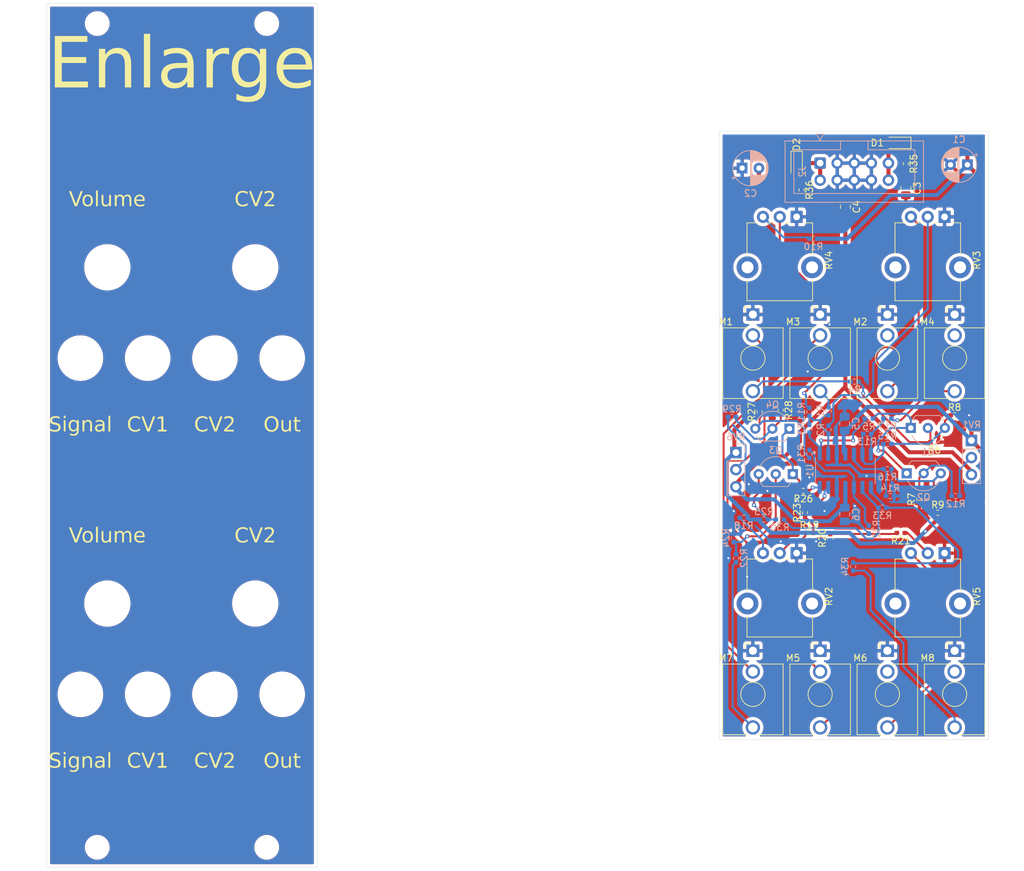
<source format=kicad_pcb>
(kicad_pcb
	(version 20241229)
	(generator "pcbnew")
	(generator_version "9.0")
	(general
		(thickness 1.6)
		(legacy_teardrops no)
	)
	(paper "A4")
	(layers
		(0 "F.Cu" signal)
		(2 "B.Cu" signal)
		(9 "F.Adhes" user "F.Adhesive")
		(11 "B.Adhes" user "B.Adhesive")
		(13 "F.Paste" user)
		(15 "B.Paste" user)
		(5 "F.SilkS" user "F.Silkscreen")
		(7 "B.SilkS" user "B.Silkscreen")
		(1 "F.Mask" user)
		(3 "B.Mask" user)
		(17 "Dwgs.User" user "User.Drawings")
		(19 "Cmts.User" user "User.Comments")
		(21 "Eco1.User" user "User.Eco1")
		(23 "Eco2.User" user "User.Eco2")
		(25 "Edge.Cuts" user)
		(27 "Margin" user)
		(31 "F.CrtYd" user "F.Courtyard")
		(29 "B.CrtYd" user "B.Courtyard")
		(35 "F.Fab" user)
		(33 "B.Fab" user)
		(39 "User.1" user)
		(41 "User.2" user)
		(43 "User.3" user)
		(45 "User.4" user)
		(47 "User.5" user)
		(49 "User.6" user)
		(51 "User.7" user)
		(53 "User.8" user)
		(55 "User.9" user)
	)
	(setup
		(pad_to_mask_clearance 0)
		(allow_soldermask_bridges_in_footprints no)
		(tenting front back)
		(pcbplotparams
			(layerselection 0x00000000_00000000_55555555_5755f5ff)
			(plot_on_all_layers_selection 0x00000000_00000000_00000000_00000000)
			(disableapertmacros no)
			(usegerberextensions no)
			(usegerberattributes yes)
			(usegerberadvancedattributes yes)
			(creategerberjobfile yes)
			(dashed_line_dash_ratio 12.000000)
			(dashed_line_gap_ratio 3.000000)
			(svgprecision 4)
			(plotframeref no)
			(mode 1)
			(useauxorigin no)
			(hpglpennumber 1)
			(hpglpenspeed 20)
			(hpglpendiameter 15.000000)
			(pdf_front_fp_property_popups yes)
			(pdf_back_fp_property_popups yes)
			(pdf_metadata yes)
			(pdf_single_document no)
			(dxfpolygonmode yes)
			(dxfimperialunits yes)
			(dxfusepcbnewfont yes)
			(psnegative no)
			(psa4output no)
			(plot_black_and_white yes)
			(sketchpadsonfab no)
			(plotpadnumbers no)
			(hidednponfab no)
			(sketchdnponfab yes)
			(crossoutdnponfab yes)
			(subtractmaskfromsilk no)
			(outputformat 1)
			(mirror no)
			(drillshape 1)
			(scaleselection 1)
			(outputdirectory "")
		)
	)
	(net 0 "")
	(net 1 "GND")
	(net 2 "Net-(M1-PadT)")
	(net 3 "Net-(M2-PadT)")
	(net 4 "unconnected-(M2-PadTN)")
	(net 5 "Net-(M3-PadT)")
	(net 6 "Net-(Q1-E)")
	(net 7 "Net-(Q1-B)")
	(net 8 "Net-(Q1-C)")
	(net 9 "Net-(Q2-B)")
	(net 10 "Net-(Q2-C)")
	(net 11 "Net-(U1A--)")
	(net 12 "Net-(R2-Pad1)")
	(net 13 "Net-(R3-Pad2)")
	(net 14 "+12V")
	(net 15 "Net-(R10-Pad1)")
	(net 16 "Net-(M4-PadT)")
	(net 17 "unconnected-(M4-PadTN)")
	(net 18 "Net-(M5-PadT)")
	(net 19 "Net-(M6-PadT)")
	(net 20 "unconnected-(M6-PadTN)")
	(net 21 "Net-(M7-PadT)")
	(net 22 "Net-(M8-PadT)")
	(net 23 "unconnected-(M8-PadTN)")
	(net 24 "Net-(Q3-E)")
	(net 25 "Net-(Q3-B)")
	(net 26 "Net-(Q3-C)")
	(net 27 "Net-(Q4-B)")
	(net 28 "Net-(Q4-C)")
	(net 29 "Net-(R11-Pad1)")
	(net 30 "Net-(R12-Pad2)")
	(net 31 "Net-(U1B--)")
	(net 32 "Net-(R13-Pad2)")
	(net 33 "Net-(U1B-+)")
	(net 34 "Net-(R18-Pad1)")
	(net 35 "Net-(R19-Pad1)")
	(net 36 "Net-(U1C--)")
	(net 37 "Net-(R21-Pad1)")
	(net 38 "Net-(R23-Pad2)")
	(net 39 "Net-(R29-Pad2)")
	(net 40 "Net-(U1D--)")
	(net 41 "Net-(R33-Pad2)")
	(net 42 "Net-(D1-K)")
	(net 43 "Net-(D1-A)")
	(net 44 "Net-(D2-K)")
	(net 45 "Net-(D2-A)")
	(net 46 "Net-(M1-PadTN)")
	(net 47 "Net-(M3-PadTN)")
	(net 48 "-12V")
	(net 49 "Net-(U1C-+)")
	(footprint "SynthMages:Jack_3.5mm_QingPu_WQP-PJ398SM_Vertical_CircularHoles_Socket_Centered" (layer "F.Cu") (at 175 143.75))
	(footprint "Diode_SMD:D_SOD-323_HandSoldering" (layer "F.Cu") (at 176.5 61.75 180))
	(footprint (layer "F.Cu") (at 57.5 44))
	(footprint "SynthMages:eurorack_rail_hole" (layer "F.Cu") (at 57.5 166.5))
	(footprint "Diode_SMD:D_SOD-323_HandSoldering" (layer "F.Cu") (at 161.5 65 -90))
	(footprint "Resistor_SMD:R_0402_1005Metric_Pad0.72x0.64mm_HandSolder" (layer "F.Cu") (at 156 101.75 90))
	(footprint "SynthMages:Potentiometer_Alpha_RD901F-40-00D_Single_Vertical_CircularHoles_Shaft_Centered" (layer "F.Cu") (at 181 130.25 -90))
	(footprint "Resistor_SMD:R_0402_1005Metric_Pad0.72x0.64mm_HandSolder" (layer "F.Cu") (at 179.75 114.75 90))
	(footprint "SynthMages:6.3mm_NPTH_MAXJLC_MIN_RING" (layer "F.Cu") (at 85 93.75))
	(footprint "SynthMages:Jack_3.5mm_QingPu_WQP-PJ398SM_Vertical_CircularHoles_Socket_Centered" (layer "F.Cu") (at 165 93.75))
	(footprint "SynthMages:6.3mm_NPTH_MAXJLC_MIN_RING" (layer "F.Cu") (at 65 93.75))
	(footprint "SynthMages:eurorack_rail_hole" (layer "F.Cu") (at 82.7 44))
	(footprint "SynthMages:6.3mm_NPTH_MAXJLC_MIN_RING" (layer "F.Cu") (at 85 143.75))
	(footprint "SynthMages:Jack_3.5mm_QingPu_WQP-PJ398SM_Vertical_CircularHoles_Socket_Centered" (layer "F.Cu") (at 185 93.75))
	(footprint "Resistor_SMD:R_0402_1005Metric_Pad0.72x0.64mm_HandSolder" (layer "F.Cu") (at 159.15 101.5 -90))
	(footprint "Resistor_SMD:R_0402_1005Metric_Pad0.72x0.64mm_HandSolder" (layer "F.Cu") (at 185 102.25))
	(footprint "Resistor_SMD:R_0402_1005Metric_Pad0.72x0.64mm_HandSolder" (layer "F.Cu") (at 166.5 120.5 90))
	(footprint "SynthMages:6.3mm_NPTH_MAXJLC_MIN_RING" (layer "F.Cu") (at 75 93.75))
	(footprint "Resistor_SMD:R_0402_1005Metric_Pad0.72x0.64mm_HandSolder" (layer "F.Cu") (at 162.75 116.75 90))
	(footprint "Resistor_SMD:R_0402_1005Metric_Pad0.72x0.64mm_HandSolder" (layer "F.Cu") (at 177.75 64.8475 -90))
	(footprint "SynthMages:6.3mm_NPTH_MAXJLC_MIN_RING" (layer "F.Cu") (at 75 143.75))
	(footprint "Resistor_SMD:R_0402_1005Metric_Pad0.72x0.64mm_HandSolder" (layer "F.Cu") (at 162.25 68.75 -90))
	(footprint "SynthMages:Potentiometer_Alpha_RD901F-40-00D_Single_Vertical_CircularHoles_Shaft_Centered" (layer "F.Cu") (at 181 80.25 -90))
	(footprint "SynthMages:Jack_3.5mm_QingPu_WQP-PJ398SM_Vertical_CircularHoles_Socket_Centered" (layer "F.Cu") (at 185 143.75))
	(footprint "MountingHole:MountingHole_6.4mm_M6" (layer "F.Cu") (at 59 80.25))
	(footprint "Resistor_SMD:R_0402_1005Metric_Pad0.72x0.64mm_HandSolder" (layer "F.Cu") (at 182.5 116.75))
	(footprint "SynthMages:6.3mm_NPTH_MAXJLC_MIN_RING" (layer "F.Cu") (at 55 93.75))
	(footprint "Resistor_SMD:R_0402_1005Metric_Pad0.72x0.64mm_HandSolder" (layer "F.Cu") (at 177 119.75 180))
	(footprint "Capacitor_SMD:C_0805_2012Metric_Pad1.18x1.45mm_HandSolder" (layer "F.Cu") (at 177.75 68.5 -90))
	(footprint "SynthMages:eurorack_rail_hole" (layer "F.Cu") (at 82.7 166.5))
	(footprint "Resistor_SMD:R_0402_1005Metric_Pad0.72x0.64mm_HandSolder" (layer "F.Cu") (at 182 106.25 180))
	(footprint "Resistor_SMD:R_0402_1005Metric_Pad0.72x0.64mm_HandSolder" (layer "F.Cu") (at 163.4 119.75))
	(footprint "SynthMages:6.3mm_NPTH_MAXJLC_MIN_RING" (layer "F.Cu") (at 55 143.75))
	(footprint "SynthMages:Jack_3.5mm_QingPu_WQP-PJ398SM_Vertical_CircularHoles_Socket_Centered" (layer "F.Cu") (at 175 93.75))
	(footprint "Capacitor_SMD:C_0805_2012Metric_Pad1.18x1.45mm_HandSolder" (layer "F.Cu") (at 168.75 71.25 -90))
	(footprint "MountingHole:MountingHole_6.4mm_M6" (layer "F.Cu") (at 59 130.25))
	(footprint "SynthMages:Potentiometer_Alpha_RD901F-40-00D_Single_Vertical_CircularHoles_Shaft_Centered" (layer "F.Cu") (at 159 130.25 -90))
	(footprint "MountingHole:MountingHole_6.4mm_M6" (layer "F.Cu") (at 81 130.25))
	(footprint "SynthMages:Jack_3.5mm_QingPu_WQP-PJ398SM_Vertical_CircularHoles_Socket_Centered" (layer "F.Cu") (at 155 93.75))
	(footprint "SynthMages:Potentiometer_Alpha_RD901F-40-00D_Single_Vertical_CircularHoles_Shaft_Centered" (layer "F.Cu") (at 159 80.25 -90))
	(footprint "SynthMages:6.3mm_NPTH_MAXJLC_MIN_RING" (layer "F.Cu") (at 65 143.75))
	(footprint "SynthMages:Jack_3.5mm_QingPu_WQP-PJ398SM_Vertical_CircularHoles_Socket_Centered" (layer "F.Cu") (at 155 143.75))
	(footprint "MountingHole:MountingHole_6.4mm_M6" (layer "F.Cu") (at 81 80.25))
	(footprint "Resistor_SMD:R_0402_1005Metric_Pad0.72x0.64mm_HandSolder" (layer "F.Cu") (at 162.4975 113.5 180))
	(footprint "SynthMages:Jack_3.5mm_QingPu_WQP-PJ398SM_Vertical_CircularHoles_Socket_Centered" (layer "F.Cu") (at 165 143.75))
	(footprint "Resistor_SMD:R_0402_1005Metric_Pad0.72x0.64mm_HandSolder" (layer "B.Cu") (at 169.9 124.75 -90))
	(footprint "Package_TO_SOT_THT:TO-92_Inline_Wide"
		(layer "B.Cu")
		(uuid "0f47be3d-94ca-428d-b81d-30ac8c3b398b")
		(at 160.44 104.25 180)
		(descr "TO-92 leads in-line, wide, drill 0.75mm (see NXP sot054_po.pdf)")
		(tags "to-92 sc-43 sc-43a sot54 PA33 transistor")
		(property "Reference" "Q4"
			(at 2.54 3.56 0)
			(layer "B.SilkS")
			(uuid "eb3cc516-1c6b-4b12-a123-9eecbb3307c1")
			(effects
				(font
					(size 1 1)
					(thickness 0.15)
				)
				(justify mirror)
			)
		)
		(property "Value" "2N3904"
			(at 2.54 -2.79 0)
			(layer "B.Fab")
			(uuid "5a8e24f6-99cb-4606-abfe-17b37d756d7b")
			(effects
				(font
					(size 1 1)
					(thickness 0.15)
				)
				(justify mirror)
			)
		)
		(property "Datasheet" "https://www.onsemi.com/pub/Collateral/2N3903-D.PDF"
			(at 0 0 180)
			(layer "F.Fab")
			(hide yes)
			(uuid "81fb237f-b6f8-4c6e-a755-2e0597bd7742")
			(effects
				(font
					(size 1.27 1.27)
					(thickness 0.15)
				)
			)
		)
		(property "Description" ""
			(at 0 0 180)
			(layer "F.Fab")
			(hide yes)
			(uuid "aab10ca8-ed14-4116-a74d-45fd3a8597cc")
			(effects
				(font
					(size 1.27 1.27)
					(thickness 0.15)
				)
			)
		)
		(property ki_fp_filters "TO?92*")
		(path "/bf0a76b9-8ccc-47c9-8126-3085a9f06873")
		(sheetname "Root")
		(sheetfile "Enlarge.kicad_sch")
		(attr through_hole)
		(fp_line
			(start 4.34 -1.85)
			(end 0.74 -1.85)
			(stroke
				(width 0.12)
				(type solid)
			)
			(layer "B.SilkS")
			(uuid "bd3c862e-27e1-42d4-a22b-e5c3305ace70")
		)
		(fp_arc
			(start 4.8964 1.098807)
			(mid 3.936979 2.192817)
			(end 2.54 2.6)
			(stroke
				(width 0.12)
				(type solid)
			)
			(layer "B.SilkS")
			(uuid "dd04d7f2-bdb2-48c3-8378-f982c4cab83d")
		)
		(fp_arc
			(start 4.34 -1.85)
			(mid 4.633903 -1.509328)
			(end 4.864184 -1.122795)
			(stroke
				(width 0.12)
				(type solid)
			)
			(layer "B.SilkS")
			(uuid "53d785d2-2319-49c8-bc6b-0e34935721a9")
		)
		(fp_arc
			(start 2.54 2.6)
			(mid 1.143021 2.192818)
			(end 0.1836 1.098807)
			(stroke
				(width 0.12)
				(type solid)
			)
			(layer "B.SilkS")
			(uuid "71245064-b0d7-42e8-96d8-9f869be88820")
		)
		(fp_arc
			(start 0.215816 -1.122795)
			(mid 0.446097 -1.509328)
			(end 0.74 -1.85)
			(stroke
				(width 0.12)
				(type solid)
			)
			(layer "B.SilkS")
			(uuid "d3d639c2-8d12-4e0b-b8ef-15d351d7386c")
		)
		(fp_line
			(start 6.09 2.73)
			(end 6.09 -2.01)
			(stroke
				(width 0.05)
				(type solid)
			)
			(la
... [780768 chars truncated]
</source>
